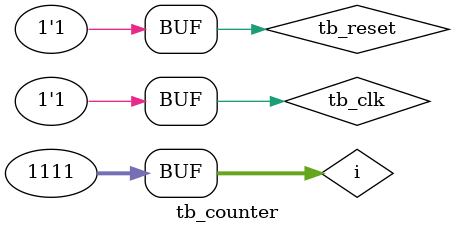
<source format=sv>
`timescale 1ns / 1ns

module tb_counter
       ();
      localparam CLK_PERIOD = 2.5;
      
      reg tb_clk;
      reg tb_reset;
      reg tb_cnt_up;
      reg tb_1k;
      
      
      always
      begin : CLK_GEN
        tb_clk = 1'b0;
        #(CLK_PERIOD/2);
        tb_clk = 1'b1;
        #(CLK_PERIOD/2);
      end
		
	   counter dut(.clk(tb_clk), .n_reset(tb_reset), .cnt_up(tb_cnt_up), .one_k_samples(tb_1k));
	   
	   integer i;
	   initial begin
	     tb_reset = 1'b0;
	     tb_reset = 1'b1;
	   for (i=0; i<1111; i=i+1) begin
	     
	      // tb_cnt_up = 1'b0;
	       #2;
	       //tb_cnt_up = 1'b1;
	       #2;
	     end
	   end

	 endmodule
</source>
